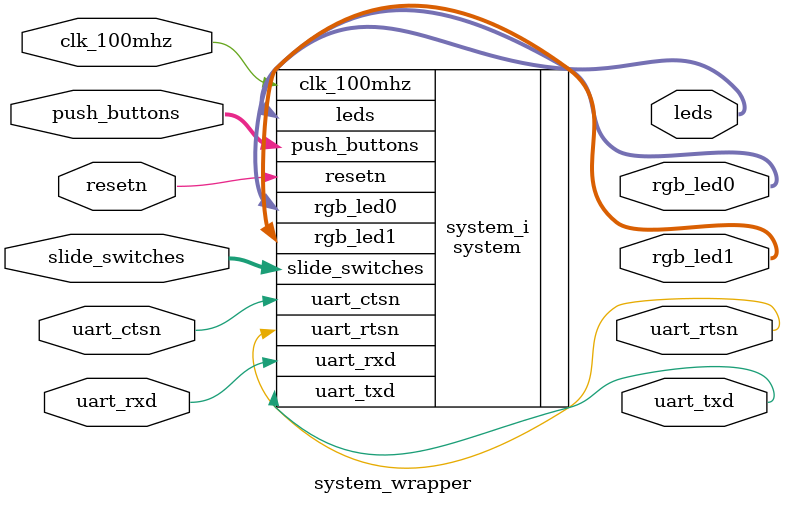
<source format=v>
`timescale 1 ps / 1 ps

module system_wrapper
   (clk_100mhz,
    leds,
    push_buttons,
    resetn,
    rgb_led0,
    rgb_led1,
    slide_switches,
    uart_ctsn,
    uart_rtsn,
    uart_rxd,
    uart_txd);
  input clk_100mhz;
  output [15:0]leds;
  input [4:0]push_buttons;
  input resetn;
  output [2:0]rgb_led0;
  output [2:0]rgb_led1;
  input [15:0]slide_switches;
  input uart_ctsn;
  output uart_rtsn;
  input uart_rxd;
  output uart_txd;

  wire clk_100mhz;
  wire [15:0]leds;
  wire [4:0]push_buttons;
  wire resetn;
  wire [2:0]rgb_led0;
  wire [2:0]rgb_led1;
  wire [15:0]slide_switches;
  wire uart_ctsn;
  wire uart_rtsn;
  wire uart_rxd;
  wire uart_txd;

  system system_i
       (.clk_100mhz(clk_100mhz),
        .leds(leds),
        .push_buttons(push_buttons),
        .resetn(resetn),
        .rgb_led0(rgb_led0),
        .rgb_led1(rgb_led1),
        .slide_switches(slide_switches),
        .uart_ctsn(uart_ctsn),
        .uart_rtsn(uart_rtsn),
        .uart_rxd(uart_rxd),
        .uart_txd(uart_txd));
endmodule

</source>
